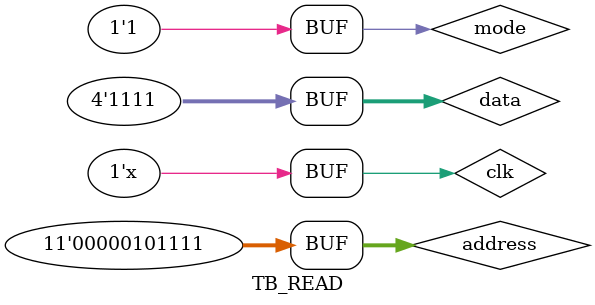
<source format=v>
`timescale 1ns / 1ps


module TB_READ();

reg [10:0] address;
reg [3:0] data;
reg mode, clk;
wire [3:0] output_data;
wire hit1, hit2;
wire Wait;
wire clk2;

CACHE_CONTROLLER inst(
	.address(address),
	.data(data),
	.mode(mode),
	.clk(clk),
	.output_data(output_data),
	.hit1(hit1),
	.hit2(hit2),
	.Wait(Wait),
	.clk2(clk2)
);

initial
begin
	clk = 1'b1;
	
	address = 11'b00000001101; //Block 3, byte 1
	data =    4'b1110; 	 
	mode = 1'b1; //write	

    #50
	address = 11'b00000101110;	 //Block 11, byte 2
	data =    4'b0001;	 
	mode = 1'b0; //read	

    #50
	address = 11'b00000101110;	 //Block 11, byte 2
	data =    4'b0110;	 
	mode = 1'b1; //write	
	
    #50
	address = 11'b00000001101;	 //Block 3, byte 1
	data =    4'b0001;	 
	mode = 1'b0; //read	

    #50
	address = 11'b00000101111;	 //Block 11, byte 3
	data =    4'b1111;	 
	mode = 1'b1; //read	 
	
end

always #25 clk = ~clk;
endmodule
</source>
